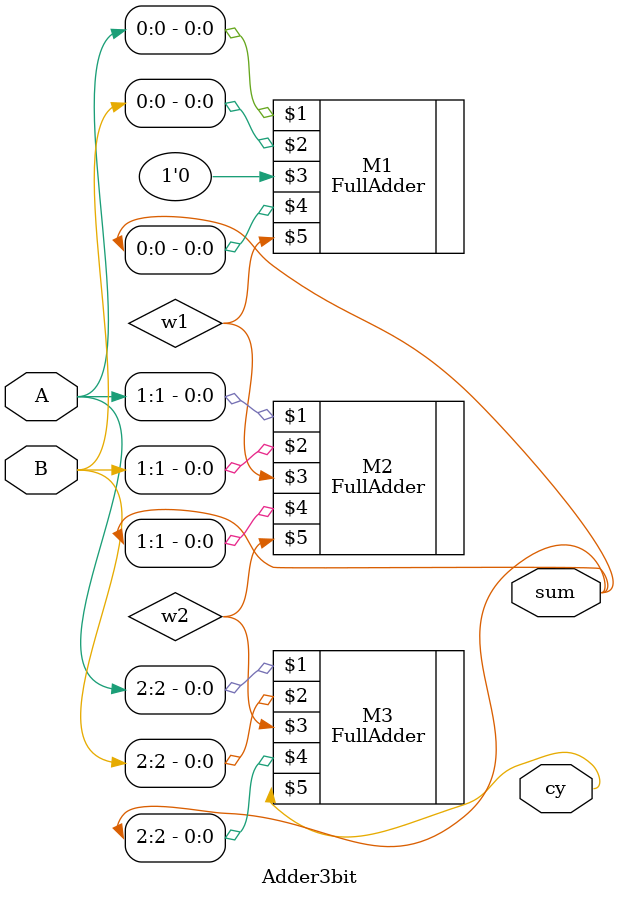
<source format=v>
`timescale 1ns / 1ps


module Adder3bit(A, B, sum, cy);
input [2:0] A, B;
output [2:0] sum;
output cy;

wire w1, w2;

FullAdder M1(A[0],B[0],1'b0,sum[0],w1);
FullAdder M2(A[1],B[1],w1,sum[1],w2);
FullAdder M3(A[2],B[2],w2,sum[2],cy);

endmodule

</source>
